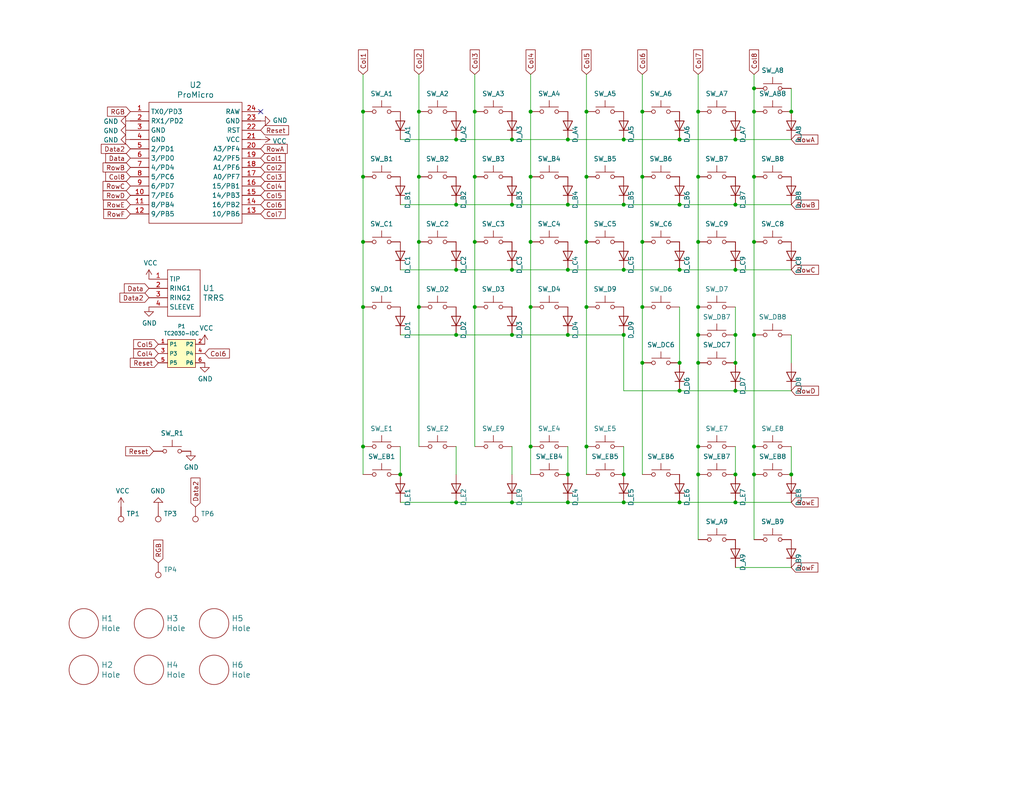
<source format=kicad_sch>
(kicad_sch (version 20200512) (host eeschema "(5.99.0-1842-g6eb2a1e56)")
  (page 1 1)
  (paper "USLetter")
  (lib_symbols
    (symbol "Switch:SW_Push" (pin_numbers hide) (pin_names hide)
      (property "Reference" "SW" (at 1.27 2.54 0))
      (property "Value" "SW_Push" (at 0 -1.524 0))
      (symbol "SW_Push_0_1"
        (circle (center -2.032 0) (radius 0.508))
        (circle (center 2.032 0) (radius 0.508))
        (polyline (pts (xy 0 1.27) (xy 0 3.048)))
        (polyline (pts (xy 2.54 1.27) (xy -2.54 1.27)))
        (pin passive line (at -5.08 0 0) (length 2.54) (name "1") (number "1"))
        (pin passive line (at 5.08 0 180) (length 2.54) (name "2") (number "2"))
      )
    )
    (symbol "keebio:Hole"
      (property "Reference" "H" (at 0 -1.27 0))
      (property "Value" "Hole" (at 0 1.27 0))
      (symbol "Hole_0_1"
        (circle (center 0 0) (radius 4.0132))
      )
    )
    (symbol "keebio:ProMicro"
      (property "Reference" "U" (at 0 0 0))
      (property "Value" "ProMicro" (at 0 -19.05 0))
      (symbol "ProMicro_0_1"
        (rectangle (start -12.7 -16.51) (end 12.7 16.51))
      )
      (symbol "ProMicro_1_1"
        (pin input line (at -17.78 13.97 0) (length 5.08) (name "TX0/PD3") (number "1"))
        (pin input line (at -17.78 -8.89 0) (length 5.08) (name "7/PE6") (number "10"))
        (pin input line (at -17.78 -11.43 0) (length 5.08) (name "8/PB4") (number "11"))
        (pin input line (at -17.78 -13.97 0) (length 5.08) (name "9/PB5") (number "12"))
        (pin input line (at 17.78 -13.97 180) (length 5.08) (name "10/PB6") (number "13"))
        (pin input line (at 17.78 -11.43 180) (length 5.08) (name "16/PB2") (number "14"))
        (pin input line (at 17.78 -8.89 180) (length 5.08) (name "14/PB3") (number "15"))
        (pin input line (at 17.78 -6.35 180) (length 5.08) (name "15/PB1") (number "16"))
        (pin input line (at 17.78 -3.81 180) (length 5.08) (name "A0/PF7") (number "17"))
        (pin input line (at 17.78 -1.27 180) (length 5.08) (name "A1/PF6") (number "18"))
        (pin input line (at 17.78 1.27 180) (length 5.08) (name "A2/PF5") (number "19"))
        (pin input line (at -17.78 11.43 0) (length 5.08) (name "RX1/PD2") (number "2"))
        (pin input line (at 17.78 3.81 180) (length 5.08) (name "A3/PF4") (number "20"))
        (pin input line (at 17.78 6.35 180) (length 5.08) (name "VCC") (number "21"))
        (pin input line (at 17.78 8.89 180) (length 5.08) (name "RST") (number "22"))
        (pin input line (at 17.78 11.43 180) (length 5.08) (name "GND") (number "23"))
        (pin input line (at 17.78 13.97 180) (length 5.08) (name "RAW") (number "24"))
        (pin input line (at -17.78 8.89 0) (length 5.08) (name "GND") (number "3"))
        (pin input line (at -17.78 6.35 0) (length 5.08) (name "GND") (number "4"))
        (pin input line (at -17.78 3.81 0) (length 5.08) (name "2/PD1") (number "5"))
        (pin input line (at -17.78 1.27 0) (length 5.08) (name "3/PD0") (number "6"))
        (pin input line (at -17.78 -1.27 0) (length 5.08) (name "4/PD4") (number "7"))
        (pin input line (at -17.78 -3.81 0) (length 5.08) (name "5/PC6") (number "8"))
        (pin input line (at -17.78 -6.35 0) (length 5.08) (name "6/PD7") (number "9"))
      )
    )
    (symbol "power:GND" (power) (pin_names (offset 0))
      (property "Value" "GND" (at 0 -3.81 0))
      (symbol "GND_0_1"
        (polyline (pts (xy 0 0) (xy 0 -1.27) (xy 1.27 -1.27) (xy 0 -2.54) (xy -1.27 -1.27) (xy 0 -1.27)))
      )
      (symbol "GND_1_1"
        (pin power_in line (at 0 0 270) (length 0) hide (name "GND") (number "1"))
      )
    )
    (symbol "power:VCC" (power) (pin_names (offset 0))
      (property "Value" "VCC" (at 0 3.81 0))
      (symbol "VCC_0_1"
        (polyline (pts (xy -0.762 1.27) (xy 0 2.54)))
        (polyline (pts (xy 0 0) (xy 0 2.54)))
        (polyline (pts (xy 0 2.54) (xy 0.762 1.27)))
      )
      (symbol "VCC_1_1"
        (pin power_in line (at 0 0 90) (length 0) hide (name "VCC") (number "1"))
      )
    )
    (symbol "quefrency-right-65-rescue:D-device" (pin_numbers hide) (pin_names hide)
      (property "Reference" "D" (at 0 2.54 0))
      (property "Value" "D-device" (at 0 -2.54 0))
      (symbol "D-device_0_1"
        (polyline (pts (xy -1.27 1.27) (xy -1.27 -1.27)) (stroke (width 0.2032)))
        (polyline (pts (xy 1.27 0) (xy -1.27 0)))
        (polyline (pts (xy 1.27 1.27) (xy 1.27 -1.27) (xy -1.27 0) (xy 1.27 1.27)) (stroke (width 0.2032)))
      )
      (symbol "D-device_1_1"
        (pin passive line (at -3.81 0 0) (length 2.54) (name "K") (number "1"))
        (pin passive line (at 3.81 0 180) (length 2.54) (name "A") (number "2"))
      )
    )
    (symbol "quefrency-right-65-rescue:TC2030-IDC-Tag-Connect"
      (property "Reference" "P" (at -1.27 -5.08 0))
      (property "Value" "TC2030-IDC-Tag-Connect" (at 0 5.08 0))
      (symbol "TC2030-IDC-Tag-Connect_0_1"
        (rectangle (start 3.81 3.81) (end -3.81 -3.81) (fill (type background)))
      )
      (symbol "TC2030-IDC-Tag-Connect_1_1"
        (pin passive line (at -6.35 2.54 0) (length 2.54) (name "P1") (number "1"))
        (pin passive line (at 6.35 2.54 180) (length 2.54) (name "P2") (number "2"))
        (pin passive line (at -6.35 0 0) (length 2.54) (name "P3") (number "3"))
        (pin passive line (at 6.35 0 180) (length 2.54) (name "P4") (number "4"))
        (pin passive line (at -6.35 -2.54 0) (length 2.54) (name "P5") (number "5"))
        (pin passive line (at 6.35 -2.54 180) (length 2.54) (name "P6") (number "6"))
      )
    )
    (symbol "quefrency-right-65-rescue:TRRS-keebio"
      (property "Reference" "U" (at 0 15.24 0))
      (property "Value" "TRRS-keebio" (at 0 -2.54 0))
      (symbol "TRRS-keebio_0_1"
        (rectangle (start -3.81 0) (end -3.81 12.7))
        (rectangle (start -3.81 12.7) (end 5.08 12.7))
        (rectangle (start 5.08 0) (end -3.81 0))
        (rectangle (start 5.08 12.7) (end 5.08 0))
      )
      (symbol "TRRS-keebio_1_1"
        (pin input line (at -8.89 10.16 0) (length 5.08) (name "TIP") (number "1"))
        (pin input line (at -8.89 7.62 0) (length 5.08) (name "RING1") (number "2"))
        (pin input line (at -8.89 5.08 0) (length 5.08) (name "RING2") (number "3"))
        (pin input line (at -8.89 2.54 0) (length 5.08) (name "SLEEVE") (number "4"))
      )
    )
    (symbol "quefrency-right-65-rescue:Test_Point-Connector" (pin_numbers hide) (pin_names (offset 0.762) hide)
      (property "Reference" "TP" (at 0 6.858 0))
      (property "Value" "Test_Point-Connector" (at 0 5.08 0))
      (symbol "Test_Point-Connector_0_1"
        (circle (center 0 3.302) (radius 0.762))
      )
      (symbol "Test_Point-Connector_1_1"
        (pin passive line (at 0 0 90) (length 2.54) (name "1") (number "1"))
      )
    )
  )
  (junction (at 99.06 30.48))
  (junction (at 99.06 48.26))
  (junction (at 99.06 66.04))
  (junction (at 99.06 83.82))
  (junction (at 99.06 121.92))
  (junction (at 109.22 129.54))
  (junction (at 114.3 30.48))
  (junction (at 114.3 48.26))
  (junction (at 114.3 66.04))
  (junction (at 114.3 83.82))
  (junction (at 124.46 38.1))
  (junction (at 124.46 55.88))
  (junction (at 124.46 73.66))
  (junction (at 124.46 91.44))
  (junction (at 124.46 137.16))
  (junction (at 129.54 30.48))
  (junction (at 129.54 48.26))
  (junction (at 129.54 66.04))
  (junction (at 129.54 83.82))
  (junction (at 139.7 38.1))
  (junction (at 139.7 55.88))
  (junction (at 139.7 73.66))
  (junction (at 139.7 91.44))
  (junction (at 139.7 137.16))
  (junction (at 144.78 30.48))
  (junction (at 144.78 48.26))
  (junction (at 144.78 66.04))
  (junction (at 144.78 83.82))
  (junction (at 144.78 121.92))
  (junction (at 154.94 38.1))
  (junction (at 154.94 55.88))
  (junction (at 154.94 73.66))
  (junction (at 154.94 91.44))
  (junction (at 154.94 129.54))
  (junction (at 154.94 137.16))
  (junction (at 160.02 30.48))
  (junction (at 160.02 48.26))
  (junction (at 160.02 66.04))
  (junction (at 160.02 83.82))
  (junction (at 160.02 121.92))
  (junction (at 170.18 38.1))
  (junction (at 170.18 55.88))
  (junction (at 170.18 73.66))
  (junction (at 170.18 91.44))
  (junction (at 170.18 129.54))
  (junction (at 170.18 137.16))
  (junction (at 175.26 30.48))
  (junction (at 175.26 48.26))
  (junction (at 175.26 66.04))
  (junction (at 175.26 83.82))
  (junction (at 175.26 99.06))
  (junction (at 185.42 38.1))
  (junction (at 185.42 55.88))
  (junction (at 185.42 73.66))
  (junction (at 185.42 99.06))
  (junction (at 185.42 106.68))
  (junction (at 185.42 137.16))
  (junction (at 190.5 30.48))
  (junction (at 190.5 48.26))
  (junction (at 190.5 66.04))
  (junction (at 190.5 83.82))
  (junction (at 190.5 91.44))
  (junction (at 190.5 99.06))
  (junction (at 190.5 121.92))
  (junction (at 190.5 129.54))
  (junction (at 200.66 38.1))
  (junction (at 200.66 55.88))
  (junction (at 200.66 73.66))
  (junction (at 200.66 91.44))
  (junction (at 200.66 99.06))
  (junction (at 200.66 106.68))
  (junction (at 200.66 129.54))
  (junction (at 200.66 137.16))
  (junction (at 205.74 24.13))
  (junction (at 205.74 30.48))
  (junction (at 205.74 48.26))
  (junction (at 205.74 66.04))
  (junction (at 205.74 91.44))
  (junction (at 205.74 121.92))
  (junction (at 205.74 129.54))
  (junction (at 215.9 30.48))
  (junction (at 215.9 129.54))
  (no_connect (at 71.12 30.48))
  (wire (pts (xy 99.06 30.48) (xy 99.06 20.32)))
  (wire (pts (xy 99.06 48.26) (xy 99.06 30.48)))
  (wire (pts (xy 99.06 48.26) (xy 99.06 66.04)))
  (wire (pts (xy 99.06 66.04) (xy 99.06 83.82)))
  (wire (pts (xy 99.06 83.82) (xy 99.06 121.92)))
  (wire (pts (xy 99.06 129.54) (xy 99.06 121.92)))
  (wire (pts (xy 109.22 55.88) (xy 124.46 55.88)))
  (wire (pts (xy 109.22 73.66) (xy 124.46 73.66)))
  (wire (pts (xy 109.22 91.44) (xy 124.46 91.44)))
  (wire (pts (xy 109.22 121.92) (xy 109.22 129.54)))
  (wire (pts (xy 109.22 137.16) (xy 124.46 137.16)))
  (wire (pts (xy 114.3 30.48) (xy 114.3 20.32)))
  (wire (pts (xy 114.3 48.26) (xy 114.3 30.48)))
  (wire (pts (xy 114.3 66.04) (xy 114.3 48.26)))
  (wire (pts (xy 114.3 66.04) (xy 114.3 83.82)))
  (wire (pts (xy 114.3 121.92) (xy 114.3 83.82)))
  (wire (pts (xy 124.46 38.1) (xy 109.22 38.1)))
  (wire (pts (xy 124.46 55.88) (xy 139.7 55.88)))
  (wire (pts (xy 124.46 73.66) (xy 139.7 73.66)))
  (wire (pts (xy 124.46 91.44) (xy 139.7 91.44)))
  (wire (pts (xy 124.46 121.92) (xy 124.46 129.54)))
  (wire (pts (xy 124.46 137.16) (xy 139.7 137.16)))
  (wire (pts (xy 129.54 30.48) (xy 129.54 20.32)))
  (wire (pts (xy 129.54 48.26) (xy 129.54 30.48)))
  (wire (pts (xy 129.54 66.04) (xy 129.54 48.26)))
  (wire (pts (xy 129.54 83.82) (xy 129.54 66.04)))
  (wire (pts (xy 129.54 121.92) (xy 129.54 83.82)))
  (wire (pts (xy 139.7 38.1) (xy 124.46 38.1)))
  (wire (pts (xy 139.7 55.88) (xy 154.94 55.88)))
  (wire (pts (xy 139.7 73.66) (xy 154.94 73.66)))
  (wire (pts (xy 139.7 91.44) (xy 154.94 91.44)))
  (wire (pts (xy 139.7 129.54) (xy 139.7 121.92)))
  (wire (pts (xy 139.7 137.16) (xy 154.94 137.16)))
  (wire (pts (xy 144.78 30.48) (xy 144.78 20.32)))
  (wire (pts (xy 144.78 48.26) (xy 144.78 30.48)))
  (wire (pts (xy 144.78 66.04) (xy 144.78 48.26)))
  (wire (pts (xy 144.78 83.82) (xy 144.78 66.04)))
  (wire (pts (xy 144.78 121.92) (xy 144.78 83.82)))
  (wire (pts (xy 144.78 129.54) (xy 144.78 121.92)))
  (wire (pts (xy 154.94 38.1) (xy 139.7 38.1)))
  (wire (pts (xy 154.94 55.88) (xy 170.18 55.88)))
  (wire (pts (xy 154.94 73.66) (xy 170.18 73.66)))
  (wire (pts (xy 154.94 91.44) (xy 170.18 91.44)))
  (wire (pts (xy 154.94 129.54) (xy 154.94 121.92)))
  (wire (pts (xy 154.94 137.16) (xy 170.18 137.16)))
  (wire (pts (xy 160.02 30.48) (xy 160.02 20.32)))
  (wire (pts (xy 160.02 48.26) (xy 160.02 30.48)))
  (wire (pts (xy 160.02 66.04) (xy 160.02 48.26)))
  (wire (pts (xy 160.02 83.82) (xy 160.02 66.04)))
  (wire (pts (xy 160.02 121.92) (xy 160.02 83.82)))
  (wire (pts (xy 160.02 129.54) (xy 160.02 121.92)))
  (wire (pts (xy 170.18 38.1) (xy 154.94 38.1)))
  (wire (pts (xy 170.18 55.88) (xy 185.42 55.88)))
  (wire (pts (xy 170.18 73.66) (xy 185.42 73.66)))
  (wire (pts (xy 170.18 91.44) (xy 170.18 106.68)))
  (wire (pts (xy 170.18 106.68) (xy 185.42 106.68)))
  (wire (pts (xy 170.18 129.54) (xy 170.18 121.92)))
  (wire (pts (xy 170.18 137.16) (xy 185.42 137.16)))
  (wire (pts (xy 175.26 30.48) (xy 175.26 20.32)))
  (wire (pts (xy 175.26 48.26) (xy 175.26 30.48)))
  (wire (pts (xy 175.26 66.04) (xy 175.26 48.26)))
  (wire (pts (xy 175.26 83.82) (xy 175.26 66.04)))
  (wire (pts (xy 175.26 83.82) (xy 175.26 99.06)))
  (wire (pts (xy 175.26 99.06) (xy 175.26 129.54)))
  (wire (pts (xy 185.42 38.1) (xy 170.18 38.1)))
  (wire (pts (xy 185.42 55.88) (xy 200.66 55.88)))
  (wire (pts (xy 185.42 73.66) (xy 200.66 73.66)))
  (wire (pts (xy 185.42 83.82) (xy 185.42 99.06)))
  (wire (pts (xy 185.42 106.68) (xy 200.66 106.68)))
  (wire (pts (xy 185.42 137.16) (xy 200.66 137.16)))
  (wire (pts (xy 190.5 30.48) (xy 190.5 20.32)))
  (wire (pts (xy 190.5 48.26) (xy 190.5 30.48)))
  (wire (pts (xy 190.5 66.04) (xy 190.5 48.26)))
  (wire (pts (xy 190.5 83.82) (xy 190.5 66.04)))
  (wire (pts (xy 190.5 83.82) (xy 190.5 91.44)))
  (wire (pts (xy 190.5 99.06) (xy 190.5 91.44)))
  (wire (pts (xy 190.5 121.92) (xy 190.5 99.06)))
  (wire (pts (xy 190.5 129.54) (xy 190.5 121.92)))
  (wire (pts (xy 190.5 147.32) (xy 190.5 129.54)))
  (wire (pts (xy 200.66 38.1) (xy 185.42 38.1)))
  (wire (pts (xy 200.66 38.1) (xy 215.9 38.1)))
  (wire (pts (xy 200.66 55.88) (xy 215.9 55.88)))
  (wire (pts (xy 200.66 73.66) (xy 215.9 73.66)))
  (wire (pts (xy 200.66 83.82) (xy 200.66 91.44)))
  (wire (pts (xy 200.66 91.44) (xy 200.66 99.06)))
  (wire (pts (xy 200.66 106.68) (xy 215.9 106.68)))
  (wire (pts (xy 200.66 129.54) (xy 200.66 121.92)))
  (wire (pts (xy 200.66 137.16) (xy 215.9 137.16)))
  (wire (pts (xy 200.66 154.94) (xy 215.9 154.94)))
  (wire (pts (xy 205.74 24.13) (xy 205.74 20.32)))
  (wire (pts (xy 205.74 24.13) (xy 205.74 30.48)))
  (wire (pts (xy 205.74 48.26) (xy 205.74 30.48)))
  (wire (pts (xy 205.74 66.04) (xy 205.74 48.26)))
  (wire (pts (xy 205.74 66.04) (xy 205.74 91.44)))
  (wire (pts (xy 205.74 91.44) (xy 205.74 121.92)))
  (wire (pts (xy 205.74 129.54) (xy 205.74 121.92)))
  (wire (pts (xy 205.74 147.32) (xy 205.74 129.54)))
  (wire (pts (xy 215.9 30.48) (xy 215.9 24.13)))
  (wire (pts (xy 215.9 91.44) (xy 215.9 99.06)))
  (wire (pts (xy 215.9 129.54) (xy 215.9 121.92)))
  (global_label "RGB" (shape input) (at 35.56 30.48 180))
  (global_label "Data2" (shape input) (at 35.56 40.64 180))
  (global_label "Data" (shape input) (at 35.56 43.18 180))
  (global_label "RowB" (shape input) (at 35.56 45.72 180))
  (global_label "Col8" (shape input) (at 35.56 48.26 180))
  (global_label "RowC" (shape input) (at 35.56 50.8 180))
  (global_label "RowD" (shape input) (at 35.56 53.34 180))
  (global_label "RowE" (shape input) (at 35.56 55.88 180))
  (global_label "RowF" (shape input) (at 35.56 58.42 180))
  (global_label "Data" (shape input) (at 40.64 78.74 180))
  (global_label "Data2" (shape input) (at 40.64 81.28 180))
  (global_label "Reset" (shape input) (at 41.91 123.19 180))
  (global_label "Col5" (shape input) (at 43.18 93.98 180))
  (global_label "Col4" (shape input) (at 43.18 96.52 180))
  (global_label "Reset" (shape input) (at 43.18 99.06 180))
  (global_label "RGB" (shape input) (at 43.18 153.67 90))
  (global_label "Data2" (shape input) (at 53.34 138.43 90))
  (global_label "Col6" (shape input) (at 55.88 96.52 0))
  (global_label "Reset" (shape input) (at 71.12 35.56 0))
  (global_label "RowA" (shape input) (at 71.12 40.64 0))
  (global_label "Col1" (shape input) (at 71.12 43.18 0))
  (global_label "Col2" (shape input) (at 71.12 45.72 0))
  (global_label "Col3" (shape input) (at 71.12 48.26 0))
  (global_label "Col4" (shape input) (at 71.12 50.8 0))
  (global_label "Col5" (shape input) (at 71.12 53.34 0))
  (global_label "Col6" (shape input) (at 71.12 55.88 0))
  (global_label "Col7" (shape input) (at 71.12 58.42 0))
  (global_label "Col1" (shape input) (at 99.06 20.32 90))
  (global_label "Col2" (shape input) (at 114.3 20.32 90))
  (global_label "Col3" (shape input) (at 129.54 20.32 90))
  (global_label "Col4" (shape input) (at 144.78 20.32 90))
  (global_label "Col5" (shape input) (at 160.02 20.32 90))
  (global_label "Col6" (shape input) (at 175.26 20.32 90))
  (global_label "Col7" (shape input) (at 190.5 20.32 90))
  (global_label "Col8" (shape input) (at 205.74 20.32 90))
  (global_label "RowA" (shape input) (at 215.9 38.1 0))
  (global_label "RowB" (shape input) (at 215.9 55.88 0))
  (global_label "RowC" (shape input) (at 215.9 73.66 0))
  (global_label "RowD" (shape input) (at 215.9 106.68 0))
  (global_label "RowE" (shape input) (at 215.9 137.16 0))
  (global_label "RowF" (shape input) (at 215.9 154.94 0))
  (symbol (lib_id "quefrency-right-65-rescue:Test_Point-Connector") (at 33.02 138.43 180) (unit 1)
    (property "Reference" "TP1" (at 34.4932 140.2842 0) (effects (justify right)))
    (property "Value" "VCC" (effects hide))
    (property "Footprint" "Keebio-Parts:SinglePad" (effects hide))
  )
  (symbol (lib_id "quefrency-right-65-rescue:Test_Point-Connector") (at 43.18 138.43 180) (unit 1)
    (property "Reference" "TP3" (at 44.6532 140.2842 0) (effects (justify right)))
    (property "Value" "GND" (effects hide))
    (property "Footprint" "Keebio-Parts:SinglePad" (effects hide))
  )
  (symbol (lib_id "quefrency-right-65-rescue:Test_Point-Connector") (at 43.18 153.67 180) (unit 1)
    (property "Reference" "TP4" (at 44.6532 155.5242 0) (effects (justify right)))
    (property "Value" "RGB" (effects hide))
    (property "Footprint" "Keebio-Parts:SinglePad" (effects hide))
  )
  (symbol (lib_id "quefrency-right-65-rescue:Test_Point-Connector") (at 53.34 138.43 180) (unit 1)
    (property "Reference" "TP6" (at 54.8132 140.2842 0) (effects (justify right)))
    (property "Value" "Extra Data" (effects hide))
    (property "Footprint" "Keebio-Parts:SinglePad" (effects hide))
  )
  (symbol (lib_id "power:VCC") (at 33.02 138.43 0) (unit 1)
    (property "Reference" "#PWR0113" (effects hide))
    (property "Value" "VCC" (at 33.4518 134.0358 0))
  )
  (symbol (lib_id "power:VCC") (at 40.64 76.2 0) (unit 1)
    (property "Reference" "#PWR0104" (effects hide))
    (property "Value" "VCC" (at 41.0718 71.8058 0))
  )
  (symbol (lib_id "power:VCC") (at 55.88 93.98 0) (unit 1)
    (property "Reference" "#PWR0112" (effects hide))
    (property "Value" "VCC" (at 56.3118 89.5858 0))
  )
  (symbol (lib_id "power:VCC") (at 71.12 38.1 270) (unit 1)
    (property "Reference" "#PWR0108" (effects hide))
    (property "Value" "VCC" (at 74.3712 38.5318 90) (effects (justify left)))
  )
  (symbol (lib_id "power:GND") (at 35.56 33.02 270) (unit 1)
    (property "Reference" "#PWR0101" (effects hide))
    (property "Value" "GND" (at 32.3088 33.147 90) (effects (justify right)))
  )
  (symbol (lib_id "power:GND") (at 35.56 35.56 270) (unit 1)
    (property "Reference" "#PWR0102" (effects hide))
    (property "Value" "GND" (at 32.3088 35.687 90) (effects (justify right)))
  )
  (symbol (lib_id "power:GND") (at 35.56 38.1 270) (unit 1)
    (property "Reference" "#PWR0103" (effects hide))
    (property "Value" "GND" (at 32.3088 38.227 90) (effects (justify right)))
  )
  (symbol (lib_id "power:GND") (at 40.64 83.82 0) (unit 1)
    (property "Reference" "#PWR0105" (effects hide))
    (property "Value" "GND" (at 40.767 88.2142 0))
  )
  (symbol (lib_id "power:GND") (at 43.18 138.43 180) (unit 1)
    (property "Reference" "#PWR0114" (effects hide))
    (property "Value" "GND" (at 43.053 134.0358 0))
  )
  (symbol (lib_id "power:GND") (at 52.07 123.19 0) (unit 1)
    (property "Reference" "#PWR0110" (effects hide))
    (property "Value" "GND" (at 52.197 127.5842 0))
  )
  (symbol (lib_id "power:GND") (at 55.88 99.06 0) (unit 1)
    (property "Reference" "#PWR0111" (effects hide))
    (property "Value" "GND" (at 56.007 103.4542 0))
  )
  (symbol (lib_id "power:GND") (at 71.12 33.02 90) (unit 1)
    (property "Reference" "#PWR0109" (effects hide))
    (property "Value" "GND" (at 74.3712 32.893 90) (effects (justify right)))
  )
  (symbol (lib_id "quefrency-right-65-rescue:D-device") (at 109.22 34.29 90) (unit 1)
    (property "Reference" "D_A1" (at 111.2266 34.29 0) (effects (justify right)))
    (property "Value" "D" (effects hide))
    (property "Footprint" "Keebio-Parts:Diode-Hybrid-Back" (effects hide))
  )
  (symbol (lib_id "quefrency-right-65-rescue:D-device") (at 109.22 52.07 90) (unit 1)
    (property "Reference" "D_B1" (at 111.2266 52.07 0) (effects (justify right)))
    (property "Value" "D" (effects hide))
    (property "Footprint" "Keebio-Parts:Diode-Hybrid-Back" (effects hide))
  )
  (symbol (lib_id "quefrency-right-65-rescue:D-device") (at 109.22 69.85 90) (unit 1)
    (property "Reference" "D_C1" (at 111.2266 69.85 0) (effects (justify right)))
    (property "Value" "D" (effects hide))
    (property "Footprint" "Keebio-Parts:Diode-Hybrid-Back" (effects hide))
  )
  (symbol (lib_id "quefrency-right-65-rescue:D-device") (at 109.22 87.63 90) (unit 1)
    (property "Reference" "D_D1" (at 111.2266 87.63 0) (effects (justify right)))
    (property "Value" "D" (effects hide))
    (property "Footprint" "Keebio-Parts:Diode-Hybrid-Back" (effects hide))
  )
  (symbol (lib_id "quefrency-right-65-rescue:D-device") (at 109.22 133.35 90) (unit 1)
    (property "Reference" "D_E1" (at 111.2266 133.35 0) (effects (justify right)))
    (property "Value" "D" (effects hide))
    (property "Footprint" "Keebio-Parts:Diode-Hybrid-Back" (effects hide))
  )
  (symbol (lib_id "quefrency-right-65-rescue:D-device") (at 124.46 34.29 90) (unit 1)
    (property "Reference" "D_A2" (at 126.4666 34.29 0) (effects (justify right)))
    (property "Value" "D" (effects hide))
    (property "Footprint" "Keebio-Parts:Diode-Hybrid-Back" (effects hide))
  )
  (symbol (lib_id "quefrency-right-65-rescue:D-device") (at 124.46 52.07 90) (unit 1)
    (property "Reference" "D_B2" (at 126.4666 52.07 0) (effects (justify right)))
    (property "Value" "D" (effects hide))
    (property "Footprint" "Keebio-Parts:Diode-Hybrid-Back" (effects hide))
  )
  (symbol (lib_id "quefrency-right-65-rescue:D-device") (at 124.46 69.85 90) (unit 1)
    (property "Reference" "D_C2" (at 126.4666 69.85 0) (effects (justify right)))
    (property "Value" "D" (effects hide))
    (property "Footprint" "Keebio-Parts:Diode-Hybrid-Back" (effects hide))
  )
  (symbol (lib_id "quefrency-right-65-rescue:D-device") (at 124.46 87.63 90) (unit 1)
    (property "Reference" "D_D2" (at 126.4666 87.63 0) (effects (justify right)))
    (property "Value" "D" (effects hide))
    (property "Footprint" "Keebio-Parts:Diode-Hybrid-Back" (effects hide))
  )
  (symbol (lib_id "quefrency-right-65-rescue:D-device") (at 124.46 133.35 90) (unit 1)
    (property "Reference" "D_E2" (at 126.4666 133.35 0) (effects (justify right)))
    (property "Value" "D" (effects hide))
    (property "Footprint" "Keebio-Parts:Diode-Hybrid-Back" (effects hide))
  )
  (symbol (lib_id "quefrency-right-65-rescue:D-device") (at 139.7 34.29 90) (unit 1)
    (property "Reference" "D_A3" (at 141.7066 34.29 0) (effects (justify right)))
    (property "Value" "D" (effects hide))
    (property "Footprint" "Keebio-Parts:Diode-Hybrid-Back" (effects hide))
  )
  (symbol (lib_id "quefrency-right-65-rescue:D-device") (at 139.7 52.07 90) (unit 1)
    (property "Reference" "D_B3" (at 141.7066 52.07 0) (effects (justify right)))
    (property "Value" "D" (effects hide))
    (property "Footprint" "Keebio-Parts:Diode-Hybrid-Back" (effects hide))
  )
  (symbol (lib_id "quefrency-right-65-rescue:D-device") (at 139.7 69.85 90) (unit 1)
    (property "Reference" "D_C3" (at 141.7066 69.85 0) (effects (justify right)))
    (property "Value" "D" (effects hide))
    (property "Footprint" "Keebio-Parts:Diode-Hybrid-Back" (effects hide))
  )
  (symbol (lib_id "quefrency-right-65-rescue:D-device") (at 139.7 87.63 90) (unit 1)
    (property "Reference" "D_D3" (at 141.7066 87.63 0) (effects (justify right)))
    (property "Value" "D" (effects hide))
    (property "Footprint" "Keebio-Parts:Diode-Hybrid-Back" (effects hide))
  )
  (symbol (lib_id "quefrency-right-65-rescue:D-device") (at 139.7 133.35 90) (unit 1)
    (property "Reference" "D_E9" (at 141.7066 133.35 0) (effects (justify right)))
    (property "Value" "D" (effects hide))
    (property "Footprint" "Keebio-Parts:Diode-Hybrid-Back" (effects hide))
  )
  (symbol (lib_id "quefrency-right-65-rescue:D-device") (at 154.94 34.29 90) (unit 1)
    (property "Reference" "D_A4" (at 156.9466 34.29 0) (effects (justify right)))
    (property "Value" "D" (effects hide))
    (property "Footprint" "Keebio-Parts:Diode-Hybrid-Back" (effects hide))
  )
  (symbol (lib_id "quefrency-right-65-rescue:D-device") (at 154.94 52.07 90) (unit 1)
    (property "Reference" "D_B4" (at 156.9466 52.07 0) (effects (justify right)))
    (property "Value" "D" (effects hide))
    (property "Footprint" "Keebio-Parts:Diode-Hybrid-Back" (effects hide))
  )
  (symbol (lib_id "quefrency-right-65-rescue:D-device") (at 154.94 69.85 90) (unit 1)
    (property "Reference" "D_C4" (at 156.9466 69.85 0) (effects (justify right)))
    (property "Value" "D" (effects hide))
    (property "Footprint" "Keebio-Parts:Diode-Hybrid-Back" (effects hide))
  )
  (symbol (lib_id "quefrency-right-65-rescue:D-device") (at 154.94 87.63 90) (unit 1)
    (property "Reference" "D_D4" (at 156.9466 87.63 0) (effects (justify right)))
    (property "Value" "D" (effects hide))
    (property "Footprint" "Keebio-Parts:Diode-Hybrid-Back" (effects hide))
  )
  (symbol (lib_id "quefrency-right-65-rescue:D-device") (at 154.94 133.35 90) (unit 1)
    (property "Reference" "D_E4" (at 156.9466 133.35 0) (effects (justify right)))
    (property "Value" "D" (effects hide))
    (property "Footprint" "Keebio-Parts:Diode-Hybrid-Back" (effects hide))
  )
  (symbol (lib_id "quefrency-right-65-rescue:D-device") (at 170.18 34.29 90) (unit 1)
    (property "Reference" "D_A5" (at 172.1866 34.29 0) (effects (justify right)))
    (property "Value" "D" (effects hide))
    (property "Footprint" "Keebio-Parts:Diode-Hybrid-Back" (effects hide))
  )
  (symbol (lib_id "quefrency-right-65-rescue:D-device") (at 170.18 52.07 90) (unit 1)
    (property "Reference" "D_B5" (at 172.1866 52.07 0) (effects (justify right)))
    (property "Value" "D" (effects hide))
    (property "Footprint" "Keebio-Parts:Diode-Hybrid-Back" (effects hide))
  )
  (symbol (lib_id "quefrency-right-65-rescue:D-device") (at 170.18 69.85 90) (unit 1)
    (property "Reference" "D_C5" (at 172.1866 69.85 0) (effects (justify right)))
    (property "Value" "D" (effects hide))
    (property "Footprint" "Keebio-Parts:Diode-Hybrid-Back" (effects hide))
  )
  (symbol (lib_id "quefrency-right-65-rescue:D-device") (at 170.18 87.63 90) (unit 1)
    (property "Reference" "D_D9" (at 172.1866 87.63 0) (effects (justify right)))
    (property "Value" "D" (effects hide))
    (property "Footprint" "Keebio-Parts:Diode-Hybrid-Back" (effects hide))
  )
  (symbol (lib_id "quefrency-right-65-rescue:D-device") (at 170.18 133.35 90) (unit 1)
    (property "Reference" "D_E5" (at 172.1866 133.35 0) (effects (justify right)))
    (property "Value" "D" (effects hide))
    (property "Footprint" "Keebio-Parts:Diode-Hybrid-Back" (effects hide))
  )
  (symbol (lib_id "quefrency-right-65-rescue:D-device") (at 185.42 34.29 90) (unit 1)
    (property "Reference" "D_A6" (at 187.4266 34.29 0) (effects (justify right)))
    (property "Value" "D" (effects hide))
    (property "Footprint" "Keebio-Parts:Diode-Hybrid-Back" (effects hide))
  )
  (symbol (lib_id "quefrency-right-65-rescue:D-device") (at 185.42 52.07 90) (unit 1)
    (property "Reference" "D_B6" (at 187.4266 52.07 0) (effects (justify right)))
    (property "Value" "D" (effects hide))
    (property "Footprint" "Keebio-Parts:Diode-Hybrid-Back" (effects hide))
  )
  (symbol (lib_id "quefrency-right-65-rescue:D-device") (at 185.42 69.85 90) (unit 1)
    (property "Reference" "D_C6" (at 187.4266 69.85 0) (effects (justify right)))
    (property "Value" "D" (effects hide))
    (property "Footprint" "Keebio-Parts:Diode-Hybrid-Back" (effects hide))
  )
  (symbol (lib_id "quefrency-right-65-rescue:D-device") (at 185.42 102.87 90) (unit 1)
    (property "Reference" "D_D6" (at 187.4266 102.87 0) (effects (justify right)))
    (property "Value" "D" (effects hide))
    (property "Footprint" "Keebio-Parts:Diode-Hybrid-Back" (effects hide))
  )
  (symbol (lib_id "quefrency-right-65-rescue:D-device") (at 185.42 133.35 90) (unit 1)
    (property "Reference" "D_E6" (at 187.4266 133.35 0) (effects (justify right)))
    (property "Value" "D" (effects hide))
    (property "Footprint" "Keebio-Parts:Diode-Hybrid-Back" (effects hide))
  )
  (symbol (lib_id "quefrency-right-65-rescue:D-device") (at 200.66 34.29 90) (unit 1)
    (property "Reference" "D_A7" (at 202.6666 34.29 0) (effects (justify right)))
    (property "Value" "D" (effects hide))
    (property "Footprint" "Keebio-Parts:Diode-Hybrid-Back" (effects hide))
  )
  (symbol (lib_id "quefrency-right-65-rescue:D-device") (at 200.66 52.07 90) (unit 1)
    (property "Reference" "D_B7" (at 202.6666 52.07 0) (effects (justify right)))
    (property "Value" "D" (effects hide))
    (property "Footprint" "Keebio-Parts:Diode-Hybrid-Back" (effects hide))
  )
  (symbol (lib_id "quefrency-right-65-rescue:D-device") (at 200.66 69.85 90) (unit 1)
    (property "Reference" "D_C9" (at 202.6666 69.85 0) (effects (justify right)))
    (property "Value" "D" (effects hide))
    (property "Footprint" "Keebio-Parts:Diode-Hybrid-Back" (effects hide))
  )
  (symbol (lib_id "quefrency-right-65-rescue:D-device") (at 200.66 102.87 90) (unit 1)
    (property "Reference" "D_D7" (at 202.6666 102.87 0) (effects (justify right)))
    (property "Value" "D" (effects hide))
    (property "Footprint" "Keebio-Parts:Diode-Hybrid-Back" (effects hide))
  )
  (symbol (lib_id "quefrency-right-65-rescue:D-device") (at 200.66 133.35 90) (unit 1)
    (property "Reference" "D_E7" (at 202.6666 133.35 0) (effects (justify right)))
    (property "Value" "D" (effects hide))
    (property "Footprint" "Keebio-Parts:Diode-Hybrid-Back" (effects hide))
  )
  (symbol (lib_id "quefrency-right-65-rescue:D-device") (at 200.66 151.13 90) (unit 1)
    (property "Reference" "D_A9" (at 202.6666 151.13 0) (effects (justify right)))
    (property "Value" "D" (effects hide))
    (property "Footprint" "Keebio-Parts:Diode-Hybrid-Back" (effects hide))
  )
  (symbol (lib_id "quefrency-right-65-rescue:D-device") (at 215.9 34.29 90) (unit 1)
    (property "Reference" "D_A8" (at 217.9066 34.29 0) (effects (justify right)))
    (property "Value" "D" (effects hide))
    (property "Footprint" "Keebio-Parts:Diode-Hybrid-Back" (effects hide))
  )
  (symbol (lib_id "quefrency-right-65-rescue:D-device") (at 215.9 52.07 90) (unit 1)
    (property "Reference" "D_B8" (at 217.9066 52.07 0) (effects (justify right)))
    (property "Value" "D" (effects hide))
    (property "Footprint" "Keebio-Parts:Diode-Hybrid-Back" (effects hide))
  )
  (symbol (lib_id "quefrency-right-65-rescue:D-device") (at 215.9 69.85 90) (unit 1)
    (property "Reference" "D_C8" (at 217.9066 69.85 0) (effects (justify right)))
    (property "Value" "D" (effects hide))
    (property "Footprint" "Keebio-Parts:Diode-Hybrid-Back" (effects hide))
  )
  (symbol (lib_id "quefrency-right-65-rescue:D-device") (at 215.9 102.87 90) (unit 1)
    (property "Reference" "D_D8" (at 217.9066 102.87 0) (effects (justify right)))
    (property "Value" "D" (effects hide))
    (property "Footprint" "Keebio-Parts:Diode-Hybrid-Back" (effects hide))
  )
  (symbol (lib_id "quefrency-right-65-rescue:D-device") (at 215.9 133.35 90) (unit 1)
    (property "Reference" "D_E8" (at 217.9066 133.35 0) (effects (justify right)))
    (property "Value" "D" (effects hide))
    (property "Footprint" "Keebio-Parts:Diode-Hybrid-Back" (effects hide))
  )
  (symbol (lib_id "quefrency-right-65-rescue:D-device") (at 215.9 151.13 90) (unit 1)
    (property "Reference" "D_B9" (at 217.9066 151.13 0) (effects (justify right)))
    (property "Value" "D" (effects hide))
    (property "Footprint" "Keebio-Parts:Diode-Hybrid-Back" (effects hide))
  )
  (symbol (lib_id "Switch:SW_Push") (at 46.99 123.19 0) (unit 1)
    (property "Reference" "SW_R1" (at 46.99 118.2878 0))
    (property "Value" "Reset" (effects hide))
    (property "Footprint" "Keebio-Parts:SW_Tactile_SPST_Angled_MJTP1117" (effects hide))
  )
  (symbol (lib_id "Switch:SW_Push") (at 104.14 30.48 0) (unit 1)
    (property "Reference" "SW_A1" (at 104.14 25.5778 0))
    (property "Value" "SW_Push" (effects hide))
    (property "Footprint" "MX_Alps_Hybrid:MX-1U-NoLED" (effects hide))
  )
  (symbol (lib_id "Switch:SW_Push") (at 104.14 48.26 0) (unit 1)
    (property "Reference" "SW_B1" (at 104.14 43.3578 0))
    (property "Value" "SW_Push" (effects hide))
    (property "Footprint" "MX_Alps_Hybrid:MX-1U-NoLED" (effects hide))
  )
  (symbol (lib_id "Switch:SW_Push") (at 104.14 66.04 0) (unit 1)
    (property "Reference" "SW_C1" (at 104.14 61.1378 0))
    (property "Value" "SW_Push" (effects hide))
    (property "Footprint" "MX_Alps_Hybrid:MX-1U-NoLED" (effects hide))
  )
  (symbol (lib_id "Switch:SW_Push") (at 104.14 83.82 0) (unit 1)
    (property "Reference" "SW_D1" (at 104.14 78.9178 0))
    (property "Value" "SW_Push" (effects hide))
    (property "Footprint" "MX_Alps_Hybrid:MX-1U-NoLED" (effects hide))
  )
  (symbol (lib_id "Switch:SW_Push") (at 104.14 121.92 0) (unit 1)
    (property "Reference" "SW_E1" (at 104.14 117.0178 0))
    (property "Value" "SW_Push" (effects hide))
    (property "Footprint" "MX_Alps_Hybrid:MX-2.75U-ReversedStabilizers-NoLED" (effects hide))
  )
  (symbol (lib_id "Switch:SW_Push") (at 104.14 129.54 0) (unit 1)
    (property "Reference" "SW_EB1" (at 104.14 124.6378 0))
    (property "Value" "SW_Push" (effects hide))
    (property "Footprint" "MX_Alps_Hybrid:MX-1.25U-NoLED" (effects hide))
  )
  (symbol (lib_id "Switch:SW_Push") (at 119.38 30.48 0) (unit 1)
    (property "Reference" "SW_A2" (at 119.38 25.5778 0))
    (property "Value" "SW_Push" (effects hide))
    (property "Footprint" "MX_Alps_Hybrid:MX-1U-NoLED" (effects hide))
  )
  (symbol (lib_id "Switch:SW_Push") (at 119.38 48.26 0) (unit 1)
    (property "Reference" "SW_B2" (at 119.38 43.3578 0))
    (property "Value" "SW_Push" (effects hide))
    (property "Footprint" "MX_Alps_Hybrid:MX-1U-NoLED" (effects hide))
  )
  (symbol (lib_id "Switch:SW_Push") (at 119.38 66.04 0) (unit 1)
    (property "Reference" "SW_C2" (at 119.38 61.1378 0))
    (property "Value" "SW_Push" (effects hide))
    (property "Footprint" "MX_Alps_Hybrid:MX-1U-NoLED" (effects hide))
  )
  (symbol (lib_id "Switch:SW_Push") (at 119.38 83.82 0) (unit 1)
    (property "Reference" "SW_D2" (at 119.38 78.9178 0))
    (property "Value" "SW_Push" (effects hide))
    (property "Footprint" "MX_Alps_Hybrid:MX-1U-NoLED" (effects hide))
  )
  (symbol (lib_id "Switch:SW_Push") (at 119.38 121.92 0) (unit 1)
    (property "Reference" "SW_E2" (at 119.38 117.0178 0))
    (property "Value" "SW_Push" (effects hide))
    (property "Footprint" "MX_Alps_Hybrid:MX-1.5U-NoLED" (effects hide))
  )
  (symbol (lib_id "Switch:SW_Push") (at 134.62 30.48 0) (unit 1)
    (property "Reference" "SW_A3" (at 134.62 25.5778 0))
    (property "Value" "SW_Push" (effects hide))
    (property "Footprint" "MX_Alps_Hybrid:MX-1U-NoLED" (effects hide))
  )
  (symbol (lib_id "Switch:SW_Push") (at 134.62 48.26 0) (unit 1)
    (property "Reference" "SW_B3" (at 134.62 43.3578 0))
    (property "Value" "SW_Push" (effects hide))
    (property "Footprint" "MX_Alps_Hybrid:MX-1U-NoLED" (effects hide))
  )
  (symbol (lib_id "Switch:SW_Push") (at 134.62 66.04 0) (unit 1)
    (property "Reference" "SW_C3" (at 134.62 61.1378 0))
    (property "Value" "SW_Push" (effects hide))
    (property "Footprint" "MX_Alps_Hybrid:MX-1U-NoLED" (effects hide))
  )
  (symbol (lib_id "Switch:SW_Push") (at 134.62 83.82 0) (unit 1)
    (property "Reference" "SW_D3" (at 134.62 78.9178 0))
    (property "Value" "SW_Push" (effects hide))
    (property "Footprint" "MX_Alps_Hybrid:MX-1U-NoLED" (effects hide))
  )
  (symbol (lib_id "Switch:SW_Push") (at 134.62 121.92 0) (unit 1)
    (property "Reference" "SW_E9" (at 134.62 117.0178 0))
    (property "Value" "SW_Push" (effects hide))
    (property "Footprint" "MX_Alps_Hybrid:MX-1U-NoLED" (effects hide))
  )
  (symbol (lib_id "Switch:SW_Push") (at 149.86 30.48 0) (unit 1)
    (property "Reference" "SW_A4" (at 149.86 25.5778 0))
    (property "Value" "SW_Push" (effects hide))
    (property "Footprint" "MX_Alps_Hybrid:MX-1U-NoLED" (effects hide))
  )
  (symbol (lib_id "Switch:SW_Push") (at 149.86 48.26 0) (unit 1)
    (property "Reference" "SW_B4" (at 149.86 43.3578 0))
    (property "Value" "SW_Push" (effects hide))
    (property "Footprint" "MX_Alps_Hybrid:MX-1U-NoLED" (effects hide))
  )
  (symbol (lib_id "Switch:SW_Push") (at 149.86 66.04 0) (unit 1)
    (property "Reference" "SW_C4" (at 149.86 61.1378 0))
    (property "Value" "SW_Push" (effects hide))
    (property "Footprint" "MX_Alps_Hybrid:MX-1U-NoLED" (effects hide))
  )
  (symbol (lib_id "Switch:SW_Push") (at 149.86 83.82 0) (unit 1)
    (property "Reference" "SW_D4" (at 149.86 78.9178 0))
    (property "Value" "SW_Push" (effects hide))
    (property "Footprint" "MX_Alps_Hybrid:MX-1U-NoLED" (effects hide))
  )
  (symbol (lib_id "Switch:SW_Push") (at 149.86 121.92 0) (unit 1)
    (property "Reference" "SW_E4" (at 149.86 117.0178 0))
    (property "Value" "SW_Push" (effects hide))
    (property "Footprint" "MX_Alps_Hybrid:MX-1.25U-NoLED" (effects hide))
  )
  (symbol (lib_id "Switch:SW_Push") (at 149.86 129.54 0) (unit 1)
    (property "Reference" "SW_EB4" (at 149.86 124.6378 0))
    (property "Value" "SW_Push" (effects hide))
    (property "Footprint" "MX_Alps_Hybrid:MX-1U-NoLED" (effects hide))
  )
  (symbol (lib_id "Switch:SW_Push") (at 165.1 30.48 0) (unit 1)
    (property "Reference" "SW_A5" (at 165.1 25.5778 0))
    (property "Value" "SW_Push" (effects hide))
    (property "Footprint" "MX_Alps_Hybrid:MX-1U-NoLED" (effects hide))
  )
  (symbol (lib_id "Switch:SW_Push") (at 165.1 48.26 0) (unit 1)
    (property "Reference" "SW_B5" (at 165.1 43.3578 0))
    (property "Value" "SW_Push" (effects hide))
    (property "Footprint" "MX_Alps_Hybrid:MX-1U-NoLED" (effects hide))
  )
  (symbol (lib_id "Switch:SW_Push") (at 165.1 66.04 0) (unit 1)
    (property "Reference" "SW_C5" (at 165.1 61.1378 0))
    (property "Value" "SW_Push" (effects hide))
    (property "Footprint" "MX_Alps_Hybrid:MX-1U-NoLED" (effects hide))
  )
  (symbol (lib_id "Switch:SW_Push") (at 165.1 83.82 0) (unit 1)
    (property "Reference" "SW_D9" (at 165.1 78.9178 0))
    (property "Value" "SW_Push" (effects hide))
    (property "Footprint" "MX_Alps_Hybrid:MX-1U-NoLED" (effects hide))
  )
  (symbol (lib_id "Switch:SW_Push") (at 165.1 121.92 0) (unit 1)
    (property "Reference" "SW_E5" (at 165.1 117.0178 0))
    (property "Value" "SW_Push" (effects hide))
    (property "Footprint" "MX_Alps_Hybrid:MX-1.25U-NoLED" (effects hide))
  )
  (symbol (lib_id "Switch:SW_Push") (at 165.1 129.54 0) (mirror y) (unit 1)
    (property "Reference" "SW_EB5" (at 165.1 124.6378 0))
    (property "Value" "SW_Push" (effects hide))
    (property "Footprint" "MX_Alps_Hybrid:MX-1U-NoLED" (effects hide))
  )
  (symbol (lib_id "Switch:SW_Push") (at 180.34 30.48 0) (unit 1)
    (property "Reference" "SW_A6" (at 180.34 25.5778 0))
    (property "Value" "SW_Push" (effects hide))
    (property "Footprint" "MX_Alps_Hybrid:MX-1U-NoLED" (effects hide))
  )
  (symbol (lib_id "Switch:SW_Push") (at 180.34 48.26 0) (unit 1)
    (property "Reference" "SW_B6" (at 180.34 43.3578 0))
    (property "Value" "SW_Push" (effects hide))
    (property "Footprint" "MX_Alps_Hybrid:MX-1U-NoLED" (effects hide))
  )
  (symbol (lib_id "Switch:SW_Push") (at 180.34 66.04 0) (unit 1)
    (property "Reference" "SW_C6" (at 180.34 61.1378 0))
    (property "Value" "SW_Push" (effects hide))
    (property "Footprint" "MX_Alps_Hybrid:MX-1U-NoLED" (effects hide))
  )
  (symbol (lib_id "Switch:SW_Push") (at 180.34 83.82 0) (unit 1)
    (property "Reference" "SW_D6" (at 180.34 78.9178 0))
    (property "Value" "SW_Push" (effects hide))
    (property "Footprint" "MX_Alps_Hybrid:MX-1U-NoLED" (effects hide))
  )
  (symbol (lib_id "Switch:SW_Push") (at 180.34 99.06 0) (mirror y) (unit 1)
    (property "Reference" "SW_DC6" (at 180.34 94.1578 0))
    (property "Value" "SW_Push" (effects hide))
    (property "Footprint" "MX_Alps_Hybrid:MX-1.75U-NoLED" (effects hide))
  )
  (symbol (lib_id "Switch:SW_Push") (at 180.34 129.54 0) (unit 1)
    (property "Reference" "SW_EB6" (at 180.34 124.6378 0))
    (property "Value" "SW_Push" (effects hide))
    (property "Footprint" "MX_Alps_Hybrid:MX-1U-NoLED" (effects hide))
  )
  (symbol (lib_id "Switch:SW_Push") (at 195.58 30.48 0) (unit 1)
    (property "Reference" "SW_A7" (at 195.58 25.5778 0))
    (property "Value" "SW_Push" (effects hide))
    (property "Footprint" "MX_Alps_Hybrid:MX-1U-NoLED" (effects hide))
  )
  (symbol (lib_id "Switch:SW_Push") (at 195.58 48.26 0) (unit 1)
    (property "Reference" "SW_B7" (at 195.58 43.3578 0))
    (property "Value" "SW_Push" (effects hide))
    (property "Footprint" "MX_Alps_Hybrid:MX-1U-NoLED" (effects hide))
  )
  (symbol (lib_id "Switch:SW_Push") (at 195.58 66.04 0) (unit 1)
    (property "Reference" "SW_C9" (at 195.58 61.1378 0))
    (property "Value" "SW_Push" (effects hide))
    (property "Footprint" "MX_Alps_Hybrid:MX-1U-NoLED" (effects hide))
  )
  (symbol (lib_id "Switch:SW_Push") (at 195.58 83.82 0) (mirror y) (unit 1)
    (property "Reference" "SW_D7" (at 195.58 78.9178 0))
    (property "Value" "SW_Push" (effects hide))
    (property "Footprint" "MX_Alps_Hybrid:MX-2.75U-NoLED" (effects hide))
  )
  (symbol (lib_id "Switch:SW_Push") (at 195.58 91.44 0) (unit 1)
    (property "Reference" "SW_DB7" (at 195.58 86.5378 0))
    (property "Value" "SW_Push" (effects hide))
    (property "Footprint" "MX_Alps_Hybrid:MX-1.75U-NoLED" (effects hide))
  )
  (symbol (lib_id "Switch:SW_Push") (at 195.58 99.06 0) (mirror y) (unit 1)
    (property "Reference" "SW_DC7" (at 195.58 94.1578 0))
    (property "Value" "SW_Push" (effects hide))
    (property "Footprint" "MX_Alps_Hybrid:MX-1U-NoLED" (effects hide))
  )
  (symbol (lib_id "Switch:SW_Push") (at 195.58 121.92 0) (unit 1)
    (property "Reference" "SW_E7" (at 195.58 117.0178 0))
    (property "Value" "SW_Push" (effects hide))
    (property "Footprint" "MX_Alps_Hybrid:MX-1.25U-NoLED" (effects hide))
  )
  (symbol (lib_id "Switch:SW_Push") (at 195.58 129.54 0) (mirror y) (unit 1)
    (property "Reference" "SW_EB7" (at 195.58 124.6378 0))
    (property "Value" "SW_Push" (effects hide))
    (property "Footprint" "MX_Alps_Hybrid:MX-1U-NoLED" (effects hide))
  )
  (symbol (lib_id "Switch:SW_Push") (at 195.58 147.32 0) (unit 1)
    (property "Reference" "SW_A9" (at 195.58 142.4178 0))
    (property "Value" "SW_Push" (effects hide))
    (property "Footprint" "MX_Alps_Hybrid:MX-1U-NoLED" (effects hide))
  )
  (symbol (lib_id "Switch:SW_Push") (at 210.82 24.13 0) (unit 1)
    (property "Reference" "SW_A8" (at 210.82 19.2278 0))
    (property "Value" "SW_Push" (effects hide))
    (property "Footprint" "MX_Alps_Hybrid:MX-2U-ReversedStabilizers-NoLED" (effects hide))
  )
  (symbol (lib_id "Switch:SW_Push") (at 210.82 30.48 0) (unit 1)
    (property "Reference" "SW_AB8" (at 210.82 25.5778 0))
    (property "Value" "SW_Push" (effects hide))
    (property "Footprint" "MX_Alps_Hybrid:MX-1U-NoLED" (effects hide))
  )
  (symbol (lib_id "Switch:SW_Push") (at 210.82 48.26 0) (unit 1)
    (property "Reference" "SW_B8" (at 210.82 43.3578 0))
    (property "Value" "SW_Push" (effects hide))
    (property "Footprint" "MX_Alps_Hybrid:MX-1.5U-NoLED" (effects hide))
  )
  (symbol (lib_id "Switch:SW_Push") (at 210.82 66.04 0) (unit 1)
    (property "Reference" "SW_C8" (at 210.82 61.1378 0))
    (property "Value" "SW_Push" (effects hide))
    (property "Footprint" "MX_Alps_Hybrid:MX-2.25U-NoLED" (effects hide))
  )
  (symbol (lib_id "Switch:SW_Push") (at 210.82 91.44 0) (unit 1)
    (property "Reference" "SW_DB8" (at 210.82 86.5378 0))
    (property "Value" "SW_Push" (effects hide))
    (property "Footprint" "MX_Alps_Hybrid:MX-1U-NoLED" (effects hide))
  )
  (symbol (lib_id "Switch:SW_Push") (at 210.82 121.92 0) (unit 1)
    (property "Reference" "SW_E8" (at 210.82 117.0178 0))
    (property "Value" "SW_Push" (effects hide))
    (property "Footprint" "MX_Alps_Hybrid:MX-1.25U-NoLED" (effects hide))
  )
  (symbol (lib_id "Switch:SW_Push") (at 210.82 129.54 0) (unit 1)
    (property "Reference" "SW_EB8" (at 210.82 124.6378 0))
    (property "Value" "SW_Push" (effects hide))
    (property "Footprint" "MX_Alps_Hybrid:MX-1U-NoLED" (effects hide))
  )
  (symbol (lib_id "Switch:SW_Push") (at 210.82 147.32 0) (unit 1)
    (property "Reference" "SW_B9" (at 210.82 142.4178 0))
    (property "Value" "SW_Push" (effects hide))
    (property "Footprint" "MX_Alps_Hybrid:MX-1U-NoLED" (effects hide))
  )
  (symbol (lib_id "keebio:Hole") (at 22.86 170.18 0) (unit 1)
    (property "Reference" "H1" (at 27.5844 168.8338 0) (effects (font (size 1.524 1.524)) (justify left)))
    (property "Value" "Hole" (at 27.5844 171.5262 0) (effects (font (size 1.524 1.524)) (justify left)))
    (property "Footprint" "Mounting_Holes:MountingHole_3.2mm_M3_ISO14580_Pad" (effects hide))
  )
  (symbol (lib_id "keebio:Hole") (at 22.86 182.88 0) (unit 1)
    (property "Reference" "H2" (at 27.5844 181.5338 0) (effects (font (size 1.524 1.524)) (justify left)))
    (property "Value" "Hole" (at 27.5844 184.2262 0) (effects (font (size 1.524 1.524)) (justify left)))
    (property "Footprint" "Mounting_Holes:MountingHole_3.2mm_M3_ISO14580_Pad" (effects hide))
  )
  (symbol (lib_id "keebio:Hole") (at 40.64 170.18 0) (unit 1)
    (property "Reference" "H3" (at 45.3644 168.8338 0) (effects (font (size 1.524 1.524)) (justify left)))
    (property "Value" "Hole" (at 45.3644 171.5262 0) (effects (font (size 1.524 1.524)) (justify left)))
    (property "Footprint" "Mounting_Holes:MountingHole_3.2mm_M3_ISO14580_Pad" (effects hide))
  )
  (symbol (lib_id "keebio:Hole") (at 40.64 182.88 0) (unit 1)
    (property "Reference" "H4" (at 45.3644 181.5338 0) (effects (font (size 1.524 1.524)) (justify left)))
    (property "Value" "Hole" (at 45.3644 184.2262 0) (effects (font (size 1.524 1.524)) (justify left)))
    (property "Footprint" "Mounting_Holes:MountingHole_3.2mm_M3_ISO14580_Pad" (effects hide))
  )
  (symbol (lib_id "keebio:Hole") (at 58.42 170.18 0) (unit 1)
    (property "Reference" "H5" (at 63.1444 168.8338 0) (effects (font (size 1.524 1.524)) (justify left)))
    (property "Value" "Hole" (at 63.1444 171.5262 0) (effects (font (size 1.524 1.524)) (justify left)))
    (property "Footprint" "Mounting_Holes:MountingHole_3.2mm_M3_ISO14580_Pad" (effects hide))
  )
  (symbol (lib_id "keebio:Hole") (at 58.42 182.88 0) (unit 1)
    (property "Reference" "H6" (at 63.1444 181.5338 0) (effects (font (size 1.524 1.524)) (justify left)))
    (property "Value" "Hole" (at 63.1444 184.2262 0) (effects (font (size 1.524 1.524)) (justify left)))
    (property "Footprint" "Mounting_Holes:MountingHole_3.2mm_M3_ISO14580_Pad" (effects hide))
  )
  (symbol (lib_id "quefrency-right-65-rescue:TC2030-IDC-Tag-Connect") (at 49.53 96.52 0) (unit 1)
    (property "Reference" "P1" (at 49.53 89.1032 0) (effects (font (size 1.016 1.016))))
    (property "Value" "TC2030-IDC" (at 49.53 91.0336 0) (effects (font (size 1.016 1.016))))
    (property "Footprint" "Tag-Connect:TC2030-NL_SMALL" (effects hide))
  )
  (symbol (lib_id "quefrency-right-65-rescue:TRRS-keebio") (at 49.53 86.36 0) (unit 1)
    (property "Reference" "U1" (at 55.3212 78.6638 0) (effects (font (size 1.524 1.524)) (justify left)))
    (property "Value" "TRRS" (at 55.3212 81.3562 0) (effects (font (size 1.524 1.524)) (justify left)))
    (property "Footprint" "Keebio-Parts:TRRS-PJ-320A" (effects hide))
  )
  (symbol (lib_id "keebio:ProMicro") (at 53.34 44.45 0) (unit 1)
    (property "Reference" "U2" (at 53.34 23.1902 0) (effects (font (size 1.524 1.524))))
    (property "Value" "ProMicro" (at 53.34 25.8826 0) (effects (font (size 1.524 1.524))))
    (property "Footprint" "Keebio-Parts:ArduinoProMicro-ZigZag" (effects hide))
  )
)
</source>
